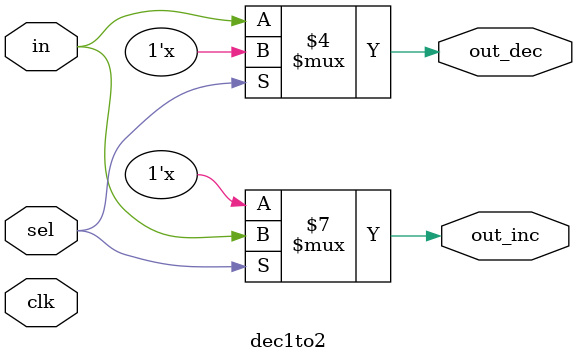
<source format=v>
module dec1to2 (
    clk,
    sel,
    in,
    out_inc,
    out_dec
);
    input sel,in,clk;
    output out_inc,out_dec;
    reg out_inc,out_dec;
always @(clk) begin
    if(sel == 1'b1)begin
        out_inc <= in;
    end
    else begin
         out_dec <= in;
    end
end
    
endmodule
</source>
